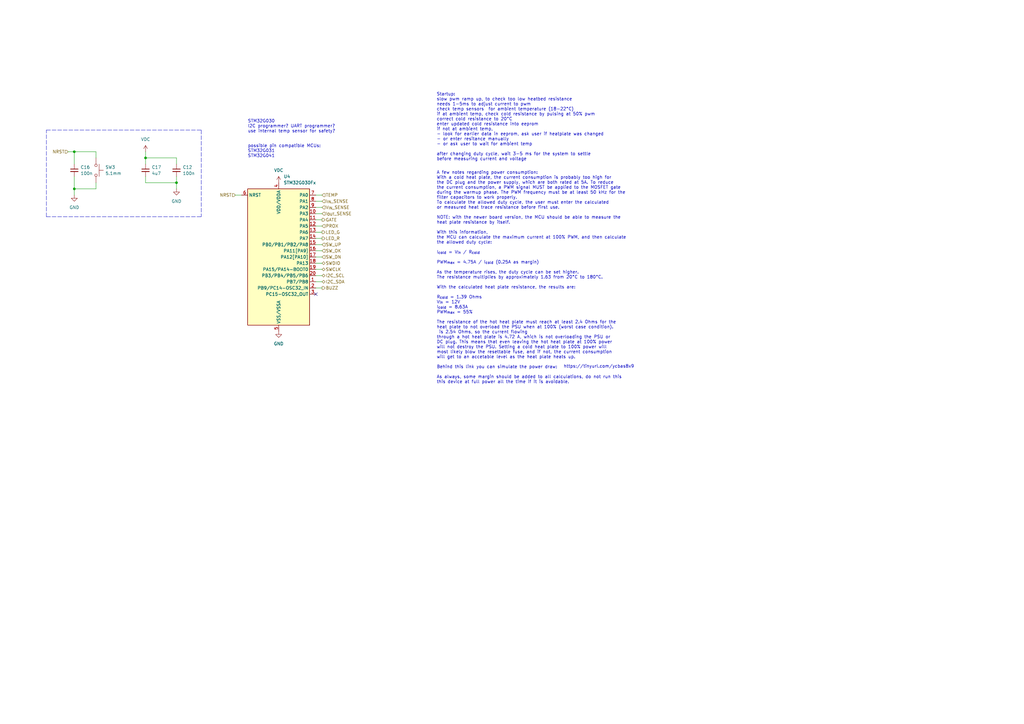
<source format=kicad_sch>
(kicad_sch (version 20211123) (generator eeschema)

  (uuid 68c7c409-c2f8-44fd-8864-2ead7ef12702)

  (paper "A3")

  (lib_symbols
    (symbol "Device:C_Small" (pin_numbers hide) (pin_names (offset 0.254) hide) (in_bom yes) (on_board yes)
      (property "Reference" "C" (id 0) (at 0.254 1.778 0)
        (effects (font (size 1.27 1.27)) (justify left))
      )
      (property "Value" "C_Small" (id 1) (at 0.254 -2.032 0)
        (effects (font (size 1.27 1.27)) (justify left))
      )
      (property "Footprint" "" (id 2) (at 0 0 0)
        (effects (font (size 1.27 1.27)) hide)
      )
      (property "Datasheet" "~" (id 3) (at 0 0 0)
        (effects (font (size 1.27 1.27)) hide)
      )
      (property "ki_keywords" "capacitor cap" (id 4) (at 0 0 0)
        (effects (font (size 1.27 1.27)) hide)
      )
      (property "ki_description" "Unpolarized capacitor, small symbol" (id 5) (at 0 0 0)
        (effects (font (size 1.27 1.27)) hide)
      )
      (property "ki_fp_filters" "C_*" (id 6) (at 0 0 0)
        (effects (font (size 1.27 1.27)) hide)
      )
      (symbol "C_Small_0_1"
        (polyline
          (pts
            (xy -1.524 -0.508)
            (xy 1.524 -0.508)
          )
          (stroke (width 0.3302) (type default) (color 0 0 0 0))
          (fill (type none))
        )
        (polyline
          (pts
            (xy -1.524 0.508)
            (xy 1.524 0.508)
          )
          (stroke (width 0.3048) (type default) (color 0 0 0 0))
          (fill (type none))
        )
      )
      (symbol "C_Small_1_1"
        (pin passive line (at 0 2.54 270) (length 2.032)
          (name "~" (effects (font (size 1.27 1.27))))
          (number "1" (effects (font (size 1.27 1.27))))
        )
        (pin passive line (at 0 -2.54 90) (length 2.032)
          (name "~" (effects (font (size 1.27 1.27))))
          (number "2" (effects (font (size 1.27 1.27))))
        )
      )
    )
    (symbol "Switch:SW_Push" (pin_numbers hide) (pin_names (offset 1.016) hide) (in_bom yes) (on_board yes)
      (property "Reference" "SW" (id 0) (at 1.27 2.54 0)
        (effects (font (size 1.27 1.27)) (justify left))
      )
      (property "Value" "SW_Push" (id 1) (at 0 -1.524 0)
        (effects (font (size 1.27 1.27)))
      )
      (property "Footprint" "" (id 2) (at 0 5.08 0)
        (effects (font (size 1.27 1.27)) hide)
      )
      (property "Datasheet" "~" (id 3) (at 0 5.08 0)
        (effects (font (size 1.27 1.27)) hide)
      )
      (property "ki_keywords" "switch normally-open pushbutton push-button" (id 4) (at 0 0 0)
        (effects (font (size 1.27 1.27)) hide)
      )
      (property "ki_description" "Push button switch, generic, two pins" (id 5) (at 0 0 0)
        (effects (font (size 1.27 1.27)) hide)
      )
      (symbol "SW_Push_0_1"
        (circle (center -2.032 0) (radius 0.508)
          (stroke (width 0) (type default) (color 0 0 0 0))
          (fill (type none))
        )
        (polyline
          (pts
            (xy 0 1.27)
            (xy 0 3.048)
          )
          (stroke (width 0) (type default) (color 0 0 0 0))
          (fill (type none))
        )
        (polyline
          (pts
            (xy 2.54 1.27)
            (xy -2.54 1.27)
          )
          (stroke (width 0) (type default) (color 0 0 0 0))
          (fill (type none))
        )
        (circle (center 2.032 0) (radius 0.508)
          (stroke (width 0) (type default) (color 0 0 0 0))
          (fill (type none))
        )
        (pin passive line (at -5.08 0 0) (length 2.54)
          (name "1" (effects (font (size 1.27 1.27))))
          (number "1" (effects (font (size 1.27 1.27))))
        )
        (pin passive line (at 5.08 0 180) (length 2.54)
          (name "2" (effects (font (size 1.27 1.27))))
          (number "2" (effects (font (size 1.27 1.27))))
        )
      )
    )
    (symbol "User:STM32G030Fx" (in_bom yes) (on_board yes)
      (property "Reference" "U" (id 0) (at -11.43 -34.29 0)
        (effects (font (size 1.27 1.27)))
      )
      (property "Value" "STM32G030Fx" (id 1) (at 7.62 -34.29 0)
        (effects (font (size 1.27 1.27)))
      )
      (property "Footprint" "" (id 2) (at 29.21 -39.37 0)
        (effects (font (size 1.27 1.27)) hide)
      )
      (property "Datasheet" "" (id 3) (at 29.21 -39.37 0)
        (effects (font (size 1.27 1.27)) hide)
      )
      (symbol "STM32G030Fx_0_1"
        (rectangle (start -12.7 22.86) (end 12.7 -33.02)
          (stroke (width 0.254) (type default) (color 0 0 0 0))
          (fill (type background))
        )
      )
      (symbol "STM32G030Fx_1_1"
        (pin passive line (at 15.24 -15.24 180) (length 2.54)
          (name "PB7/PB8" (effects (font (size 1.27 1.27))))
          (number "1" (effects (font (size 1.27 1.27))))
        )
        (pin passive line (at 15.24 12.7 180) (length 2.54)
          (name "PA3" (effects (font (size 1.27 1.27))))
          (number "10" (effects (font (size 1.27 1.27))))
        )
        (pin passive line (at 15.24 10.16 180) (length 2.54)
          (name "PA4" (effects (font (size 1.27 1.27))))
          (number "11" (effects (font (size 1.27 1.27))))
        )
        (pin passive line (at 15.24 7.62 180) (length 2.54)
          (name "PA5" (effects (font (size 1.27 1.27))))
          (number "12" (effects (font (size 1.27 1.27))))
        )
        (pin passive line (at 15.24 5.08 180) (length 2.54)
          (name "PA6" (effects (font (size 1.27 1.27))))
          (number "13" (effects (font (size 1.27 1.27))))
        )
        (pin passive line (at 15.24 2.54 180) (length 2.54)
          (name "PA7" (effects (font (size 1.27 1.27))))
          (number "14" (effects (font (size 1.27 1.27))))
        )
        (pin passive line (at 15.24 0 180) (length 2.54)
          (name "PB0/PB1/PB2/PA8" (effects (font (size 1.27 1.27))))
          (number "15" (effects (font (size 1.27 1.27))))
        )
        (pin passive line (at 15.24 -2.54 180) (length 2.54)
          (name "PA11[PA9]" (effects (font (size 1.27 1.27))))
          (number "16" (effects (font (size 1.27 1.27))))
        )
        (pin passive line (at 15.24 -5.08 180) (length 2.54)
          (name "PA12[PA10]" (effects (font (size 1.27 1.27))))
          (number "17" (effects (font (size 1.27 1.27))))
        )
        (pin passive line (at 15.24 -7.62 180) (length 2.54)
          (name "PA13" (effects (font (size 1.27 1.27))))
          (number "18" (effects (font (size 1.27 1.27))))
        )
        (pin passive line (at 15.24 -10.16 180) (length 2.54)
          (name "PA15/PA14-BOOT0" (effects (font (size 1.27 1.27))))
          (number "19" (effects (font (size 1.27 1.27))))
        )
        (pin passive line (at 15.24 -17.78 180) (length 2.54)
          (name "PB9/PC14-OSC32_IN" (effects (font (size 1.27 1.27))))
          (number "2" (effects (font (size 1.27 1.27))))
        )
        (pin passive line (at 15.24 -12.7 180) (length 2.54)
          (name "PB3/PB4/PB5/PB6" (effects (font (size 1.27 1.27))))
          (number "20" (effects (font (size 1.27 1.27))))
        )
        (pin passive line (at 15.24 -20.32 180) (length 2.54)
          (name "PC15-OSC32_OUT" (effects (font (size 1.27 1.27))))
          (number "3" (effects (font (size 1.27 1.27))))
        )
        (pin power_in line (at 0 25.4 270) (length 2.54)
          (name "VDD/VDDA" (effects (font (size 1.27 1.27))))
          (number "4" (effects (font (size 1.27 1.27))))
        )
        (pin power_in line (at 0 -35.56 90) (length 2.54)
          (name "VSS/VSSA" (effects (font (size 1.27 1.27))))
          (number "5" (effects (font (size 1.27 1.27))))
        )
        (pin input line (at -15.24 20.32 0) (length 2.54)
          (name "NRST" (effects (font (size 1.27 1.27))))
          (number "6" (effects (font (size 1.27 1.27))))
        )
        (pin passive line (at 15.24 20.32 180) (length 2.54)
          (name "PA0" (effects (font (size 1.27 1.27))))
          (number "7" (effects (font (size 1.27 1.27))))
        )
        (pin passive line (at 15.24 17.78 180) (length 2.54)
          (name "PA1" (effects (font (size 1.27 1.27))))
          (number "8" (effects (font (size 1.27 1.27))))
        )
        (pin passive line (at 15.24 15.24 180) (length 2.54)
          (name "PA2" (effects (font (size 1.27 1.27))))
          (number "9" (effects (font (size 1.27 1.27))))
        )
      )
    )
    (symbol "power:GND" (power) (pin_names (offset 0)) (in_bom yes) (on_board yes)
      (property "Reference" "#PWR" (id 0) (at 0 -6.35 0)
        (effects (font (size 1.27 1.27)) hide)
      )
      (property "Value" "GND" (id 1) (at 0 -3.81 0)
        (effects (font (size 1.27 1.27)))
      )
      (property "Footprint" "" (id 2) (at 0 0 0)
        (effects (font (size 1.27 1.27)) hide)
      )
      (property "Datasheet" "" (id 3) (at 0 0 0)
        (effects (font (size 1.27 1.27)) hide)
      )
      (property "ki_keywords" "power-flag" (id 4) (at 0 0 0)
        (effects (font (size 1.27 1.27)) hide)
      )
      (property "ki_description" "Power symbol creates a global label with name \"GND\" , ground" (id 5) (at 0 0 0)
        (effects (font (size 1.27 1.27)) hide)
      )
      (symbol "GND_0_1"
        (polyline
          (pts
            (xy 0 0)
            (xy 0 -1.27)
            (xy 1.27 -1.27)
            (xy 0 -2.54)
            (xy -1.27 -1.27)
            (xy 0 -1.27)
          )
          (stroke (width 0) (type default) (color 0 0 0 0))
          (fill (type none))
        )
      )
      (symbol "GND_1_1"
        (pin power_in line (at 0 0 270) (length 0) hide
          (name "GND" (effects (font (size 1.27 1.27))))
          (number "1" (effects (font (size 1.27 1.27))))
        )
      )
    )
    (symbol "power:VDC" (power) (pin_names (offset 0)) (in_bom yes) (on_board yes)
      (property "Reference" "#PWR" (id 0) (at 0 -2.54 0)
        (effects (font (size 1.27 1.27)) hide)
      )
      (property "Value" "VDC" (id 1) (at 0 6.35 0)
        (effects (font (size 1.27 1.27)))
      )
      (property "Footprint" "" (id 2) (at 0 0 0)
        (effects (font (size 1.27 1.27)) hide)
      )
      (property "Datasheet" "" (id 3) (at 0 0 0)
        (effects (font (size 1.27 1.27)) hide)
      )
      (property "ki_keywords" "power-flag" (id 4) (at 0 0 0)
        (effects (font (size 1.27 1.27)) hide)
      )
      (property "ki_description" "Power symbol creates a global label with name \"VDC\"" (id 5) (at 0 0 0)
        (effects (font (size 1.27 1.27)) hide)
      )
      (symbol "VDC_0_1"
        (polyline
          (pts
            (xy -0.762 1.27)
            (xy 0 2.54)
          )
          (stroke (width 0) (type default) (color 0 0 0 0))
          (fill (type none))
        )
        (polyline
          (pts
            (xy 0 0)
            (xy 0 2.54)
          )
          (stroke (width 0) (type default) (color 0 0 0 0))
          (fill (type none))
        )
        (polyline
          (pts
            (xy 0 2.54)
            (xy 0.762 1.27)
          )
          (stroke (width 0) (type default) (color 0 0 0 0))
          (fill (type none))
        )
      )
      (symbol "VDC_1_1"
        (pin power_in line (at 0 0 90) (length 0) hide
          (name "VDC" (effects (font (size 1.27 1.27))))
          (number "1" (effects (font (size 1.27 1.27))))
        )
      )
    )
  )

  (junction (at 72.39 74.93) (diameter 0) (color 0 0 0 0)
    (uuid 0c3ca0c0-52d8-4401-a52c-20693efc221f)
  )
  (junction (at 30.48 77.47) (diameter 0) (color 0 0 0 0)
    (uuid 1b77ad9d-8275-493a-8a98-fbb05de5a401)
  )
  (junction (at 59.69 64.77) (diameter 0) (color 0 0 0 0)
    (uuid bdd9a75d-320d-44ca-a56f-d86d70909f6f)
  )
  (junction (at 30.48 62.23) (diameter 0) (color 0 0 0 0)
    (uuid fe9fad42-b6ce-44c9-8b81-a977bf88953a)
  )

  (no_connect (at 129.54 120.65) (uuid 853b4796-4a54-4a89-85c5-ae24c8522712))

  (wire (pts (xy 39.37 74.93) (xy 39.37 77.47))
    (stroke (width 0) (type default) (color 0 0 0 0))
    (uuid 0b61261c-368c-4a11-89fe-6c8cfcfe7a9b)
  )
  (wire (pts (xy 72.39 77.47) (xy 72.39 74.93))
    (stroke (width 0) (type default) (color 0 0 0 0))
    (uuid 150fbf69-50e1-4e9b-8eac-2ef64e0af689)
  )
  (wire (pts (xy 59.69 62.23) (xy 59.69 64.77))
    (stroke (width 0) (type default) (color 0 0 0 0))
    (uuid 1535f895-0560-4d9b-a942-55f319ab3d2d)
  )
  (wire (pts (xy 72.39 64.77) (xy 72.39 67.31))
    (stroke (width 0) (type default) (color 0 0 0 0))
    (uuid 15e45e5a-2d98-4583-ada9-d774d19f1811)
  )
  (polyline (pts (xy 19.05 53.34) (xy 82.55 53.34))
    (stroke (width 0) (type default) (color 0 0 0 0))
    (uuid 1e2f94ab-8644-4b08-b2cd-c49a477ae939)
  )

  (wire (pts (xy 129.54 107.95) (xy 132.08 107.95))
    (stroke (width 0) (type default) (color 0 0 0 0))
    (uuid 21707dcf-bac9-46f6-8974-20423018513d)
  )
  (polyline (pts (xy 19.05 88.9) (xy 82.55 88.9))
    (stroke (width 0) (type default) (color 0 0 0 0))
    (uuid 311353db-30c3-4804-9c1f-f204c40344cf)
  )

  (wire (pts (xy 30.48 77.47) (xy 30.48 72.39))
    (stroke (width 0) (type default) (color 0 0 0 0))
    (uuid 3ef12161-af5a-4457-8175-061fbda4ebf0)
  )
  (wire (pts (xy 129.54 110.49) (xy 132.08 110.49))
    (stroke (width 0) (type default) (color 0 0 0 0))
    (uuid 406f76bc-ca5b-41ce-b3da-37177d50c8fc)
  )
  (wire (pts (xy 39.37 64.77) (xy 39.37 62.23))
    (stroke (width 0) (type default) (color 0 0 0 0))
    (uuid 4696cf3a-3d21-4dcd-9bfa-c705a243bb37)
  )
  (wire (pts (xy 129.54 118.11) (xy 132.08 118.11))
    (stroke (width 0) (type default) (color 0 0 0 0))
    (uuid 479edbfe-22e9-482f-abe6-e8a9ee4f8095)
  )
  (polyline (pts (xy 82.55 53.34) (xy 82.55 88.9))
    (stroke (width 0) (type default) (color 0 0 0 0))
    (uuid 5729dcc6-30c0-4a77-98fe-cdb365076527)
  )

  (wire (pts (xy 72.39 64.77) (xy 59.69 64.77))
    (stroke (width 0) (type default) (color 0 0 0 0))
    (uuid 589b15f9-65fb-438e-9367-0b8063bf6d7a)
  )
  (wire (pts (xy 132.08 105.41) (xy 129.54 105.41))
    (stroke (width 0) (type default) (color 0 0 0 0))
    (uuid 62906397-8469-4dfe-aad9-1c6f725ea0e8)
  )
  (wire (pts (xy 59.69 74.93) (xy 72.39 74.93))
    (stroke (width 0) (type default) (color 0 0 0 0))
    (uuid 672e6c64-0a32-4851-bdb6-153ee5924184)
  )
  (polyline (pts (xy 19.05 88.9) (xy 19.05 53.34))
    (stroke (width 0) (type default) (color 0 0 0 0))
    (uuid 6c32bc7d-59cb-452c-a2aa-deee7ae6ebfc)
  )

  (wire (pts (xy 132.08 95.25) (xy 129.54 95.25))
    (stroke (width 0) (type default) (color 0 0 0 0))
    (uuid 6cab2ab3-ab4f-447d-9f78-f99c55109781)
  )
  (wire (pts (xy 132.08 92.71) (xy 129.54 92.71))
    (stroke (width 0) (type default) (color 0 0 0 0))
    (uuid 70eedba7-db87-4783-b6b9-6b15abc1e549)
  )
  (wire (pts (xy 72.39 72.39) (xy 72.39 74.93))
    (stroke (width 0) (type default) (color 0 0 0 0))
    (uuid 73362687-950a-4f30-bdee-703b01ab1ed7)
  )
  (wire (pts (xy 132.08 97.79) (xy 129.54 97.79))
    (stroke (width 0) (type default) (color 0 0 0 0))
    (uuid 7a0863da-43f2-4dc6-9af8-8833ceb189d3)
  )
  (wire (pts (xy 59.69 64.77) (xy 59.69 67.31))
    (stroke (width 0) (type default) (color 0 0 0 0))
    (uuid 7c69458f-d5ad-442e-a7d7-53a8fd309d1b)
  )
  (wire (pts (xy 129.54 87.63) (xy 132.08 87.63))
    (stroke (width 0) (type default) (color 0 0 0 0))
    (uuid 968ab723-cf1d-4241-8913-b5d022d04875)
  )
  (wire (pts (xy 129.54 82.55) (xy 132.08 82.55))
    (stroke (width 0) (type default) (color 0 0 0 0))
    (uuid 9b43fe85-142e-42a3-aa14-4260997ba7fc)
  )
  (wire (pts (xy 59.69 72.39) (xy 59.69 74.93))
    (stroke (width 0) (type default) (color 0 0 0 0))
    (uuid a0a732ef-be3b-41f0-a53e-68ddda4d7b1e)
  )
  (wire (pts (xy 132.08 115.57) (xy 129.54 115.57))
    (stroke (width 0) (type default) (color 0 0 0 0))
    (uuid a331fa7d-8a69-4abc-a967-3b8ecab1df12)
  )
  (wire (pts (xy 39.37 62.23) (xy 30.48 62.23))
    (stroke (width 0) (type default) (color 0 0 0 0))
    (uuid a63f73cf-4975-4a8a-808e-842cb37a72dc)
  )
  (wire (pts (xy 132.08 113.03) (xy 129.54 113.03))
    (stroke (width 0) (type default) (color 0 0 0 0))
    (uuid aa24db84-2c4a-4fa9-a9e2-b86e5cff960d)
  )
  (wire (pts (xy 132.08 102.87) (xy 129.54 102.87))
    (stroke (width 0) (type default) (color 0 0 0 0))
    (uuid b8415f2f-3d6e-4e27-b887-aa7a117b010b)
  )
  (wire (pts (xy 96.52 80.01) (xy 99.06 80.01))
    (stroke (width 0) (type default) (color 0 0 0 0))
    (uuid c504d800-f7bf-43c6-b4d2-fb0072a1df22)
  )
  (wire (pts (xy 129.54 85.09) (xy 132.08 85.09))
    (stroke (width 0) (type default) (color 0 0 0 0))
    (uuid ced0313a-fdca-4096-b5c1-45a507c67b0a)
  )
  (wire (pts (xy 129.54 80.01) (xy 132.08 80.01))
    (stroke (width 0) (type default) (color 0 0 0 0))
    (uuid d425499b-2d52-46d4-adb9-5f805bcc0c6e)
  )
  (wire (pts (xy 30.48 62.23) (xy 30.48 67.31))
    (stroke (width 0) (type default) (color 0 0 0 0))
    (uuid d731e025-de9b-409e-8f13-00d7f4ee0e90)
  )
  (wire (pts (xy 129.54 90.17) (xy 132.08 90.17))
    (stroke (width 0) (type default) (color 0 0 0 0))
    (uuid e1caa324-714c-4e48-858b-956e1ec19e08)
  )
  (wire (pts (xy 30.48 80.01) (xy 30.48 77.47))
    (stroke (width 0) (type default) (color 0 0 0 0))
    (uuid f209ddd5-3def-43d6-a9c8-9a34938dc2a9)
  )
  (wire (pts (xy 129.54 100.33) (xy 132.08 100.33))
    (stroke (width 0) (type default) (color 0 0 0 0))
    (uuid f317d9e2-1761-4c7a-9b67-004e86a7ff5e)
  )
  (wire (pts (xy 30.48 77.47) (xy 39.37 77.47))
    (stroke (width 0) (type default) (color 0 0 0 0))
    (uuid f3a6b009-c46b-497a-970b-83e3646a381a)
  )
  (wire (pts (xy 27.94 62.23) (xy 30.48 62.23))
    (stroke (width 0) (type default) (color 0 0 0 0))
    (uuid fc3eb658-89cd-4268-a8be-2f65bf83627e)
  )

  (text "https://tinyurl.com/ycbas8x9" (at 231.14 151.13 0)
    (effects (font (size 1.27 1.27)) (justify left bottom))
    (uuid b33716f2-b73d-49f5-a740-1ddc58e48d43)
  )
  (text "A few notes regarding power consumption:\nWith a cold heat plate, the current consumption is probably too high for\nthe DC plug and the power supply, which are both rated at 5A. To reduce\nthe current consumption, a PWM signal MUST be applied to the MOSFET gate\nduring the warmup phase. The PWM frequency must be at least 50 kHz for the\nfilter capacitors to work properly.\nTo calculate the allowed duty cycle, the user must enter the calculated \nor measured heat trace resistance before first use. \n\nNOTE: with the newer board version, the MCU should be able to measure the\nheat plate resistance by itself.\n\nWith this information,\nthe MCU can calculate the maximum current at 100% PWM, and then calculate\nthe allowed duty cycle:\n\nI_{cold} = V_{in} / R_{cold}\n\nPWM_{max} = 4.75A / I_{cold} (0.25A as margin)\n\nAs the temperature rises, the duty cycle can be set higher.\nThe resistance multiplies by approximately 1.63 from 20°C to 180°C.\n\nWith the calculated heat plate resistance, the results are:\n\nR_{cold} = 1.39 Ohms\nV_{in} = 12V\nI_{cold} = 8.63A\nPWM_{max} = 55%\n\nThe resistance of the hot heat plate must reach at least 2.4 Ohms for the\nheat plate to not overload the PSU when at 100% (worst case condition).\n is 2.54 Ohms, so the current flowing \nthrough a hot heat plate is 4.72 A, which is not overloading the PSU or \nDC plug. This means that even leaving the hot heat plate at 100% power \nwill not destroy the PSU. Setting a cold heat plate to 100% power will\nmost likely blow the resettable fuse, and if not, the current consumption\nwill get to an accetable level as the heat plate heats up.\n\nBehind this link you can simulate the power draw: \n\nAs always, some margin should be added to all calculations, do not run this\nthis device at full power all the time if it is avoidable."
    (at 179.07 157.48 0)
    (effects (font (size 1.27 1.27)) (justify left bottom))
    (uuid b7ba7233-fd87-47bf-88b2-f2bd48ef868d)
  )
  (text "Startup:\nslow pwm ramp up, to check too low heatbed resistance\nneeds 1-5ms to adjust current to pwm\ncheck temp sensors  for ambient temperature (18-22°C)\nif at ambient temp, check cold resistance by pulsing at 50% pwm\ncorrect cold resistance to 20°C\nenter updated cold resistance into eeprom\nif not at ambient temp, \n- look for earlier data in eeprom, ask user if heatplate was changed\n- or enter resitance manually\n- or ask user to wait for ambient temp\n\nafter changing duty cycle, wait 3-5 ms for the system to settle\nbefore measuring current and voltage"
    (at 179.07 66.04 0)
    (effects (font (size 1.27 1.27)) (justify left bottom))
    (uuid bc31c7d2-ffd7-40b0-9482-436067ae52e0)
  )
  (text "STM32G030\nI2C programmer? UART programmer?\nuse internal temp sensor for safety?\n"
    (at 101.6 54.61 0)
    (effects (font (size 1.27 1.27)) (justify left bottom))
    (uuid cab4392b-185f-4a15-abcf-45f1efeb7d3d)
  )
  (text "possible pin compatible MCUs:\nSTM32G031\nSTM32G041" (at 101.6 64.77 0)
    (effects (font (size 1.27 1.27)) (justify left bottom))
    (uuid f8e39146-00f9-4ba0-9ecf-c87f56740385)
  )

  (hierarchical_label "BUZZ" (shape output) (at 132.08 118.11 0)
    (effects (font (size 1.27 1.27)) (justify left))
    (uuid 15c21d55-37a4-4bec-a051-c242dfeb5268)
  )
  (hierarchical_label "SW_UP" (shape input) (at 132.08 100.33 0)
    (effects (font (size 1.27 1.27)) (justify left))
    (uuid 1f4a6951-1726-4c1f-a70e-2b264e96e7de)
  )
  (hierarchical_label "SW_DN" (shape input) (at 132.08 105.41 0)
    (effects (font (size 1.27 1.27)) (justify left))
    (uuid 2800cf53-3290-4257-833b-ef1ecb816d24)
  )
  (hierarchical_label "GATE" (shape output) (at 132.08 90.17 0)
    (effects (font (size 1.27 1.27)) (justify left))
    (uuid 2a1049a2-5295-4521-9aec-fbd8577362d8)
  )
  (hierarchical_label "SWCLK" (shape bidirectional) (at 132.08 110.49 0)
    (effects (font (size 1.27 1.27)) (justify left))
    (uuid 43452d5b-ba44-4473-b7ed-b0e4c7902559)
  )
  (hierarchical_label "LED_G" (shape output) (at 132.08 95.25 0)
    (effects (font (size 1.27 1.27)) (justify left))
    (uuid 4e5c3a18-13f3-46af-89e6-51e0be5893ae)
  )
  (hierarchical_label "LED_R" (shape output) (at 132.08 97.79 0)
    (effects (font (size 1.27 1.27)) (justify left))
    (uuid 691ea85b-9ed2-4dc0-85b8-0632d4dae675)
  )
  (hierarchical_label "TEMP" (shape input) (at 132.08 80.01 0)
    (effects (font (size 1.27 1.27)) (justify left))
    (uuid 6afd06ef-fe86-43ce-985f-74bddc6afb41)
  )
  (hierarchical_label "SWDIO" (shape bidirectional) (at 132.08 107.95 0)
    (effects (font (size 1.27 1.27)) (justify left))
    (uuid 85f84ec5-3a2c-4e8e-b8f2-58896845f3ae)
  )
  (hierarchical_label "I_{OUT}_SENSE" (shape input) (at 132.08 87.63 0)
    (effects (font (size 1.27 1.27)) (justify left))
    (uuid a97176e8-bd79-46a0-a46b-412878407917)
  )
  (hierarchical_label "NRST" (shape input) (at 27.94 62.23 180)
    (effects (font (size 1.27 1.27)) (justify right))
    (uuid ba77b9ec-7724-493b-9f57-1dcec1510bd9)
  )
  (hierarchical_label "V_{IN}_SENSE" (shape input) (at 132.08 85.09 0)
    (effects (font (size 1.27 1.27)) (justify left))
    (uuid c6be7d2f-8679-47d7-a3a4-6df627e1c3ed)
  )
  (hierarchical_label "I2C_SDA" (shape bidirectional) (at 132.08 115.57 0)
    (effects (font (size 1.27 1.27)) (justify left))
    (uuid cb38da9c-5ece-44f9-add6-24e7300a7434)
  )
  (hierarchical_label "I_{IN}_SENSE" (shape input) (at 132.08 82.55 0)
    (effects (font (size 1.27 1.27)) (justify left))
    (uuid df813df6-2c8c-4533-a2c8-4a4e6f0b7766)
  )
  (hierarchical_label "SW_OK" (shape input) (at 132.08 102.87 0)
    (effects (font (size 1.27 1.27)) (justify left))
    (uuid e5eb1069-2d4e-4ba6-b617-af9789fe98a6)
  )
  (hierarchical_label "PROX" (shape input) (at 132.08 92.71 0)
    (effects (font (size 1.27 1.27)) (justify left))
    (uuid e67bc781-17cd-4807-8fed-d251f0b4cd64)
  )
  (hierarchical_label "I2C_SCL" (shape bidirectional) (at 132.08 113.03 0)
    (effects (font (size 1.27 1.27)) (justify left))
    (uuid f70f91ea-88c8-4f25-99d4-26885aff6b0e)
  )
  (hierarchical_label "NRST" (shape input) (at 96.52 80.01 180)
    (effects (font (size 1.27 1.27)) (justify right))
    (uuid f7dbcb2b-6372-454a-b7d2-beb961f923b5)
  )

  (symbol (lib_id "User:STM32G030Fx") (at 114.3 100.33 0) (unit 1)
    (in_bom yes) (on_board yes) (fields_autoplaced)
    (uuid 06052c57-7dc2-4e5d-8cae-84e5c2c63d52)
    (property "Reference" "U6" (id 0) (at 116.3194 72.39 0)
      (effects (font (size 1.27 1.27)) (justify left))
    )
    (property "Value" "STM32G030Fx" (id 1) (at 116.3194 74.93 0)
      (effects (font (size 1.27 1.27)) (justify left))
    )
    (property "Footprint" "Package_SO:TSSOP-20_4.4x6.5mm_P0.65mm" (id 2) (at 143.51 139.7 0)
      (effects (font (size 1.27 1.27)) hide)
    )
    (property "Datasheet" "" (id 3) (at 143.51 139.7 0)
      (effects (font (size 1.27 1.27)) hide)
    )
    (property "Information" "STM32G031FxP6 should also work" (id 4) (at 114.3 100.33 0)
      (effects (font (size 1.27 1.27)) hide)
    )
    (property "LCSC Part Number" "C724040" (id 5) (at 114.3 100.33 0)
      (effects (font (size 1.27 1.27)) hide)
    )
    (property "LCSC Part Number Alternative" "C529330" (id 6) (at 114.3 100.33 0)
      (effects (font (size 1.27 1.27)) hide)
    )
    (property "JLCPCB basic part" "n" (id 7) (at 114.3 100.33 0)
      (effects (font (size 1.27 1.27)) hide)
    )
    (pin "1" (uuid 7d2b27ae-1d15-4cb7-bfcd-9f11697ef844))
    (pin "10" (uuid c5b2044d-4451-4b6e-8209-3d1472cc86be))
    (pin "11" (uuid c2b3e916-63e8-4d1b-a789-97f5e874ff50))
    (pin "12" (uuid 5c8c7b8a-e650-4615-b3cc-6c309d9922d4))
    (pin "13" (uuid 62109762-f24c-4a19-b86f-5e8ab6907d1a))
    (pin "14" (uuid 7cf51c5a-1ec8-4c99-919a-bae74b17c981))
    (pin "15" (uuid e2c74f18-845e-4286-9fbc-c1aa0e71e873))
    (pin "16" (uuid 2440c9b4-1f8b-4e73-aad4-0527961b14d8))
    (pin "17" (uuid 79951a7e-565f-4720-b8ad-1e46ca020335))
    (pin "18" (uuid e6c38035-cc4c-428c-8bda-0de166aa024b))
    (pin "19" (uuid e9619307-c265-40b8-8c58-84bf3cc7694e))
    (pin "2" (uuid cbd460f0-34e5-4e3a-83f9-902bd31de4b9))
    (pin "20" (uuid ce42f92a-32e7-484b-9caa-e8e60a903213))
    (pin "3" (uuid 455d4623-9a07-4351-bdf9-23abe57f5041))
    (pin "4" (uuid 5ba20c29-2af0-4edf-a93e-15023f3a5d09))
    (pin "5" (uuid 5cdf0a87-2145-4d85-9b51-17e0a03072ac))
    (pin "6" (uuid 85bf8be4-17c6-4717-9538-2c5e21476a7d))
    (pin "7" (uuid 13ca245b-fe00-4b04-a368-02f4ef9f9b89))
    (pin "8" (uuid 94426c6b-4366-44cf-9cd2-1a7bc3a00725))
    (pin "9" (uuid 432217c2-683f-465a-93a1-c2bf30ed8dff))
  )

  (symbol (lib_id "Device:C_Small") (at 59.69 69.85 0) (mirror y) (unit 1)
    (in_bom yes) (on_board yes) (fields_autoplaced)
    (uuid 0ee22f33-8951-4913-95c9-0f839c88f958)
    (property "Reference" "C24" (id 0) (at 62.23 68.5862 0)
      (effects (font (size 1.27 1.27)) (justify right))
    )
    (property "Value" "4u7" (id 1) (at 62.23 71.1262 0)
      (effects (font (size 1.27 1.27)) (justify right))
    )
    (property "Footprint" "Capacitor_SMD:C_0805_2012Metric" (id 2) (at 59.69 69.85 0)
      (effects (font (size 1.27 1.27)) hide)
    )
    (property "Datasheet" "~" (id 3) (at 59.69 69.85 0)
      (effects (font (size 1.27 1.27)) hide)
    )
    (property "Information" "X5R or higher" (id 4) (at 59.69 69.85 0)
      (effects (font (size 1.27 1.27)) hide)
    )
    (property "LCSC Part Number" "C1779" (id 5) (at 59.69 69.85 0)
      (effects (font (size 1.27 1.27)) hide)
    )
    (property "LCSC Part Number Alternative" "" (id 6) (at 59.69 69.85 0)
      (effects (font (size 1.27 1.27)) hide)
    )
    (property "JLCPCB basic part" "y" (id 7) (at 59.69 69.85 0)
      (effects (font (size 1.27 1.27)) hide)
    )
    (pin "1" (uuid d916b07f-1f3b-4b78-a271-f4d019568b51))
    (pin "2" (uuid 858473d0-5efa-4fca-936f-ebe06b16d9de))
  )

  (symbol (lib_id "power:GND") (at 30.48 80.01 0) (unit 1)
    (in_bom yes) (on_board yes) (fields_autoplaced)
    (uuid 1667b585-0340-4766-b09b-1c9e39ce7dc2)
    (property "Reference" "#PWR0165" (id 0) (at 30.48 86.36 0)
      (effects (font (size 1.27 1.27)) hide)
    )
    (property "Value" "GND" (id 1) (at 30.48 85.09 0))
    (property "Footprint" "" (id 2) (at 30.48 80.01 0)
      (effects (font (size 1.27 1.27)) hide)
    )
    (property "Datasheet" "" (id 3) (at 30.48 80.01 0)
      (effects (font (size 1.27 1.27)) hide)
    )
    (pin "1" (uuid 79728c16-36ae-431e-bb3a-1c9295cb024f))
  )

  (symbol (lib_id "Switch:SW_Push") (at 39.37 69.85 270) (unit 1)
    (in_bom yes) (on_board yes) (fields_autoplaced)
    (uuid 460d38ae-0628-43cd-b822-399089cea0d4)
    (property "Reference" "SW4" (id 0) (at 43.18 68.5799 90)
      (effects (font (size 1.27 1.27)) (justify left))
    )
    (property "Value" "5.1mm" (id 1) (at 43.18 71.1199 90)
      (effects (font (size 1.27 1.27)) (justify left))
    )
    (property "Footprint" "Button_Switch_SMD:SW_SPST_SKQG_WithStem" (id 2) (at 44.45 69.85 0)
      (effects (font (size 1.27 1.27)) hide)
    )
    (property "Datasheet" "~" (id 3) (at 44.45 69.85 0)
      (effects (font (size 1.27 1.27)) hide)
    )
    (property "LCSC Part Number" "C318884" (id 4) (at 39.37 69.85 0)
      (effects (font (size 1.27 1.27)) hide)
    )
    (property "LCSC Part Number Alternative" "C318801" (id 5) (at 39.37 69.85 0)
      (effects (font (size 1.27 1.27)) hide)
    )
    (property "JLCPCB basic part" "y" (id 6) (at 39.37 69.85 0)
      (effects (font (size 1.27 1.27)) hide)
    )
    (pin "1" (uuid 91523ff0-bc74-4c8f-a7d4-163c2d321779))
    (pin "2" (uuid 6e088fa9-1c72-41c0-80c2-4dda1f355ed2))
  )

  (symbol (lib_id "Device:C_Small") (at 30.48 69.85 0) (mirror y) (unit 1)
    (in_bom yes) (on_board yes) (fields_autoplaced)
    (uuid 4f4f3a61-5e5d-49fe-970d-8c7c70358ba8)
    (property "Reference" "C17" (id 0) (at 33.02 68.5862 0)
      (effects (font (size 1.27 1.27)) (justify right))
    )
    (property "Value" "100n" (id 1) (at 33.02 71.1262 0)
      (effects (font (size 1.27 1.27)) (justify right))
    )
    (property "Footprint" "Capacitor_SMD:C_0805_2012Metric" (id 2) (at 30.48 69.85 0)
      (effects (font (size 1.27 1.27)) hide)
    )
    (property "Datasheet" "~" (id 3) (at 30.48 69.85 0)
      (effects (font (size 1.27 1.27)) hide)
    )
    (property "Information" "X7R" (id 4) (at 30.48 69.85 0)
      (effects (font (size 1.27 1.27)) hide)
    )
    (property "LCSC Part Number" "C49678" (id 5) (at 30.48 69.85 0)
      (effects (font (size 1.27 1.27)) hide)
    )
    (property "LCSC Part Number Alternative" "" (id 6) (at 30.48 69.85 0)
      (effects (font (size 1.27 1.27)) hide)
    )
    (property "JLCPCB basic part" "y" (id 7) (at 30.48 69.85 0)
      (effects (font (size 1.27 1.27)) hide)
    )
    (pin "1" (uuid 1ca01bd3-54d0-4e27-9a71-2fb3e7995870))
    (pin "2" (uuid ef435574-1141-4e10-a13b-60de6c1760ba))
  )

  (symbol (lib_id "power:GND") (at 114.3 135.89 0) (unit 1)
    (in_bom yes) (on_board yes) (fields_autoplaced)
    (uuid 78233c45-3be1-4aa7-86b1-65d1f7777b80)
    (property "Reference" "#PWR0166" (id 0) (at 114.3 142.24 0)
      (effects (font (size 1.27 1.27)) hide)
    )
    (property "Value" "GND" (id 1) (at 114.3 140.97 0))
    (property "Footprint" "" (id 2) (at 114.3 135.89 0)
      (effects (font (size 1.27 1.27)) hide)
    )
    (property "Datasheet" "" (id 3) (at 114.3 135.89 0)
      (effects (font (size 1.27 1.27)) hide)
    )
    (pin "1" (uuid 997f7701-d84d-47e8-804c-eb2a40484366))
  )

  (symbol (lib_id "power:GND") (at 72.39 77.47 0) (unit 1)
    (in_bom yes) (on_board yes) (fields_autoplaced)
    (uuid 7df3a67c-45d8-4d18-9052-1b3f43365509)
    (property "Reference" "#PWR0164" (id 0) (at 72.39 83.82 0)
      (effects (font (size 1.27 1.27)) hide)
    )
    (property "Value" "GND" (id 1) (at 72.39 82.55 0))
    (property "Footprint" "" (id 2) (at 72.39 77.47 0)
      (effects (font (size 1.27 1.27)) hide)
    )
    (property "Datasheet" "" (id 3) (at 72.39 77.47 0)
      (effects (font (size 1.27 1.27)) hide)
    )
    (pin "1" (uuid e1097f00-d938-4798-a701-734d0b8e051b))
  )

  (symbol (lib_id "power:VDC") (at 59.69 62.23 0) (unit 1)
    (in_bom yes) (on_board yes) (fields_autoplaced)
    (uuid 923cb48a-6db5-4eb5-bd5a-bd29b707deb2)
    (property "Reference" "#PWR0162" (id 0) (at 59.69 64.77 0)
      (effects (font (size 1.27 1.27)) hide)
    )
    (property "Value" "VDC" (id 1) (at 59.69 57.15 0))
    (property "Footprint" "" (id 2) (at 59.69 62.23 0)
      (effects (font (size 1.27 1.27)) hide)
    )
    (property "Datasheet" "" (id 3) (at 59.69 62.23 0)
      (effects (font (size 1.27 1.27)) hide)
    )
    (pin "1" (uuid 9d92fd7d-ca2b-41ec-8df4-a77a59a8600e))
  )

  (symbol (lib_id "Device:C_Small") (at 72.39 69.85 0) (mirror y) (unit 1)
    (in_bom yes) (on_board yes) (fields_autoplaced)
    (uuid b258ca3f-d96b-431e-9823-a39cb09eb895)
    (property "Reference" "C10" (id 0) (at 74.93 68.5862 0)
      (effects (font (size 1.27 1.27)) (justify right))
    )
    (property "Value" "100n" (id 1) (at 74.93 71.1262 0)
      (effects (font (size 1.27 1.27)) (justify right))
    )
    (property "Footprint" "Capacitor_SMD:C_0805_2012Metric" (id 2) (at 72.39 69.85 0)
      (effects (font (size 1.27 1.27)) hide)
    )
    (property "Datasheet" "~" (id 3) (at 72.39 69.85 0)
      (effects (font (size 1.27 1.27)) hide)
    )
    (property "Information" "X7R" (id 4) (at 72.39 69.85 0)
      (effects (font (size 1.27 1.27)) hide)
    )
    (property "LCSC Part Number" "C49678" (id 5) (at 72.39 69.85 0)
      (effects (font (size 1.27 1.27)) hide)
    )
    (property "LCSC Part Number Alternative" "" (id 6) (at 72.39 69.85 0)
      (effects (font (size 1.27 1.27)) hide)
    )
    (property "JLCPCB basic part" "y" (id 7) (at 72.39 69.85 0)
      (effects (font (size 1.27 1.27)) hide)
    )
    (pin "1" (uuid a678cec7-4d7d-46a3-957d-ebadd919a600))
    (pin "2" (uuid 65d7f123-aecc-42d2-b410-42b8a76b5346))
  )

  (symbol (lib_id "power:VDC") (at 114.3 74.93 0) (unit 1)
    (in_bom yes) (on_board yes) (fields_autoplaced)
    (uuid fc84a68c-83b8-4be3-a49a-01e55462a4b3)
    (property "Reference" "#PWR0163" (id 0) (at 114.3 77.47 0)
      (effects (font (size 1.27 1.27)) hide)
    )
    (property "Value" "VDC" (id 1) (at 114.3 69.85 0))
    (property "Footprint" "" (id 2) (at 114.3 74.93 0)
      (effects (font (size 1.27 1.27)) hide)
    )
    (property "Datasheet" "" (id 3) (at 114.3 74.93 0)
      (effects (font (size 1.27 1.27)) hide)
    )
    (pin "1" (uuid 318b7624-a4a9-4d5f-9883-45388c9cb98c))
  )

  (sheet_instances
    (path "/" (page "1"))
  )

  (symbol_instances
    (path "/923cb48a-6db5-4eb5-bd5a-bd29b707deb2"
      (reference "#PWR0147") (unit 1) (value "VDC") (footprint "")
    )
    (path "/fc84a68c-83b8-4be3-a49a-01e55462a4b3"
      (reference "#PWR0148") (unit 1) (value "VDC") (footprint "")
    )
    (path "/7df3a67c-45d8-4d18-9052-1b3f43365509"
      (reference "#PWR0149") (unit 1) (value "GND") (footprint "")
    )
    (path "/1667b585-0340-4766-b09b-1c9e39ce7dc2"
      (reference "#PWR0150") (unit 1) (value "GND") (footprint "")
    )
    (path "/027e48b7-7a25-4cbc-a2bf-2a3e5a01a36d"
      (reference "#PWR0151") (unit 1) (value "VDC") (footprint "")
    )
    (path "/82e6a1b5-ba9b-42d3-86ae-f193170e9fea"
      (reference "#PWR0152") (unit 1) (value "GND") (footprint "")
    )
    (path "/78233c45-3be1-4aa7-86b1-65d1f7777b80"
      (reference "#PWR0153") (unit 1) (value "GND") (footprint "")
    )
    (path "/b258ca3f-d96b-431e-9823-a39cb09eb895"
      (reference "C12") (unit 1) (value "100n") (footprint "Capacitor_SMD:C_0805_2012Metric")
    )
    (path "/4f4f3a61-5e5d-49fe-970d-8c7c70358ba8"
      (reference "C16") (unit 1) (value "100n") (footprint "Capacitor_SMD:C_0805_2012Metric")
    )
    (path "/0ee22f33-8951-4913-95c9-0f839c88f958"
      (reference "C17") (unit 1) (value "4u7") (footprint "Capacitor_SMD:C_0805_2012Metric")
    )
    (path "/fa820149-310f-4f65-a80c-45b5063663f8"
      (reference "R17") (unit 1) (value "10k") (footprint "Resistor_SMD:R_0805_2012Metric")
    )
    (path "/4935213d-114e-46f9-af39-2241965732ac"
      (reference "R18") (unit 1) (value "10k") (footprint "Resistor_SMD:R_0805_2012Metric")
    )
    (path "/460d38ae-0628-43cd-b822-399089cea0d4"
      (reference "SW3") (unit 1) (value "5.1mm") (footprint "Button_Switch_SMD:SW_SPST_SKQG_WithStem")
    )
    (path "/f23354f1-9db7-4078-a205-a69a761363b8"
      (reference "SW4") (unit 1) (value "SW_DIP_x02") (footprint "Button_Switch_SMD:SW_DIP_SPSTx02_Slide_KingTek_DSHP02TS_W7.62mm_P1.27mm")
    )
    (path "/06052c57-7dc2-4e5d-8cae-84e5c2c63d52"
      (reference "U4") (unit 1) (value "STM32G030Fx") (footprint "Package_SO:TSSOP-20_4.4x6.5mm_P0.65mm")
    )
  )
)

</source>
